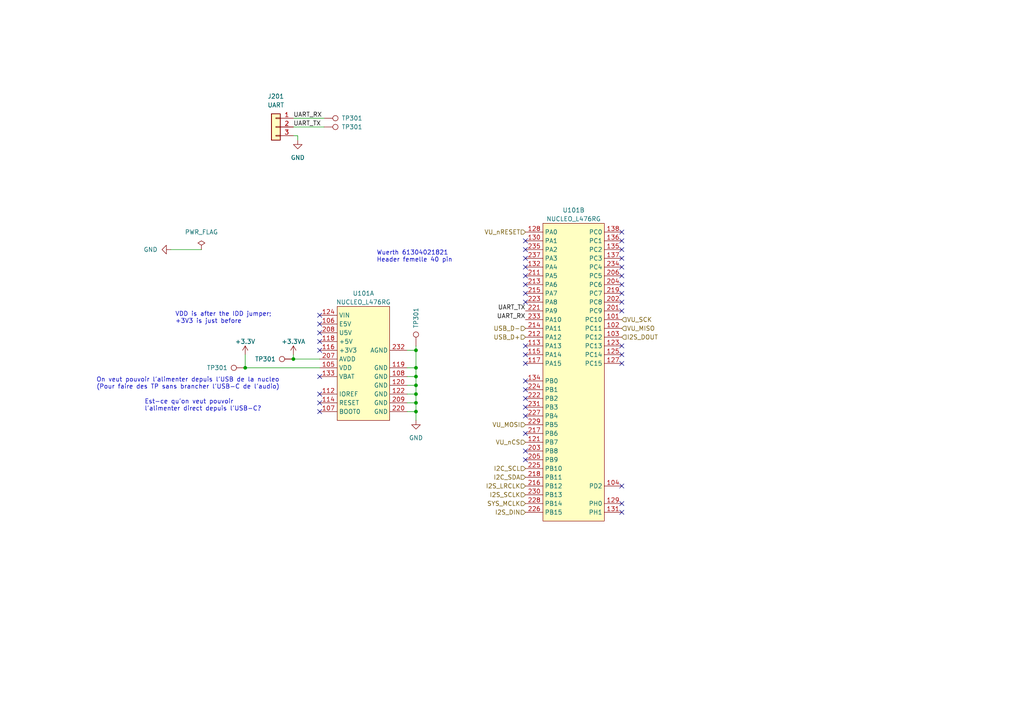
<source format=kicad_sch>
(kicad_sch (version 20230121) (generator eeschema)
  (paper "A4")
  (lib_symbols
    (symbol "Connector:TestPoint" (pin_numbers hide) (pin_names (offset 0.762) hide)
      (property "Reference" "TP" (at 0 6.858 0))
      (property "Value" "TestPoint" (at 0 5.08 0))
      (symbol "TestPoint_0_1"
        (circle (center 0 3.302) (radius 0.762))
      )
      (symbol "TestPoint_1_1"
        (pin passive line (at 0 0 90) (length 2.54) (name "1") (number "1"))
      )
    )
    (symbol "Connector_Generic:Conn_01x03" (pin_names (offset 1.016) hide)
      (property "Reference" "J" (at 0 5.08 0))
      (property "Value" "Conn_01x03" (at 0 -5.08 0))
      (symbol "Conn_01x03_1_1"
        (rectangle (start -1.27 -2.413) (end 0 -2.667) (stroke (width 0.1524)))
        (rectangle (start -1.27 0.127) (end 0 -0.127) (stroke (width 0.1524)))
        (rectangle (start -1.27 2.667) (end 0 2.413) (stroke (width 0.1524)))
        (rectangle (start -1.27 3.81) (end 1.27 -3.81) (stroke (width 0.254)) (fill (type background)))
        (pin passive line (at -5.08 2.54 0) (length 3.81) (name "Pin_1") (number "1"))
        (pin passive line (at -5.08 0 0) (length 3.81) (name "Pin_2") (number "2"))
        (pin passive line (at -5.08 -2.54 0) (length 3.81) (name "Pin_3") (number "3"))
      )
    )
    (symbol "NUCLEO_L476RG_1"
      (property "Reference" "U" (at 0 46.99 0))
      (property "Value" "NUCLEO_L476RG" (at 0 44.45 0))
      (symbol "NUCLEO_L476RG_1_1_1"
        (rectangle (start -7.62 16.51) (end 7.62 -16.51) (fill (type background)))
        (pin power_out line (at -12.7 -1.27 0) (length 5.08) (name "VDD") (number "105"))
        (pin power_out line (at -12.7 11.43 0) (length 5.08) (name "E5V") (number "106"))
        (pin bidirectional line (at -12.7 -13.97 0) (length 5.08) (name "BOOT0") (number "107"))
        (pin power_in line (at 12.7 -3.81 180) (length 5.08) (name "GND") (number "108"))
        (pin output line (at -12.7 -8.89 0) (length 5.08) (name "IOREF") (number "112"))
        (pin bidirectional line (at -12.7 -11.43 0) (length 5.08) (name "RESET") (number "114"))
        (pin power_out line (at -12.7 3.81 0) (length 5.08) (name "+3V3") (number "116"))
        (pin power_out line (at -12.7 6.35 0) (length 5.08) (name "+5V") (number "118"))
        (pin power_in line (at 12.7 -1.27 180) (length 5.08) (name "GND") (number "119"))
        (pin power_in line (at 12.7 -6.35 180) (length 5.08) (name "GND") (number "120"))
        (pin power_in line (at 12.7 -8.89 180) (length 5.08) (name "GND") (number "122"))
        (pin power_in line (at -12.7 13.97 0) (length 5.08) (name "VIN") (number "124"))
        (pin power_out line (at -12.7 -3.81 0) (length 5.08) (name "VBAT") (number "133"))
        (pin power_out line (at -12.7 1.27 0) (length 5.08) (name "AVDD") (number "207"))
        (pin power_out line (at -12.7 8.89 0) (length 5.08) (name "U5V") (number "208"))
        (pin power_in line (at 12.7 -11.43 180) (length 5.08) (name "GND") (number "209"))
        (pin power_in line (at 12.7 -13.97 180) (length 5.08) (name "GND") (number "220"))
        (pin power_in line (at 12.7 3.81 180) (length 5.08) (name "AGND") (number "232"))
      )
      (symbol "NUCLEO_L476RG_1_2_1"
        (rectangle (start -8.89 43.18) (end 8.89 -43.18) (fill (type background)))
        (pin bidirectional line (at 13.97 15.24 180) (length 5.08) (name "PC10") (number "101"))
        (pin bidirectional line (at 13.97 12.7 180) (length 5.08) (name "PC11") (number "102"))
        (pin bidirectional line (at 13.97 10.16 180) (length 5.08) (name "PC12") (number "103"))
        (pin bidirectional line (at 13.97 -33.02 180) (length 5.08) (name "PD2") (number "104"))
        (pin no_connect line (at 13.97 -2.54 180) (length 5.08) hide (name "NC") (number "109"))
        (pin no_connect line (at 13.97 -5.08 180) (length 5.08) hide (name "NC") (number "110"))
        (pin no_connect line (at 13.97 -7.62 180) (length 5.08) hide (name "NC") (number "111"))
        (pin bidirectional line (at -13.97 7.62 0) (length 5.08) (name "PA13") (number "113"))
        (pin bidirectional line (at -13.97 5.08 0) (length 5.08) (name "PA14") (number "115"))
        (pin bidirectional line (at -13.97 2.54 0) (length 5.08) (name "PA15") (number "117"))
        (pin bidirectional line (at -13.97 -20.32 0) (length 5.08) (name "PB7") (number "121"))
        (pin bidirectional line (at 13.97 7.62 180) (length 5.08) (name "PC13") (number "123"))
        (pin bidirectional line (at 13.97 5.08 180) (length 5.08) (name "PC14") (number "125"))
        (pin no_connect line (at 13.97 -10.16 180) (length 5.08) hide (name "NC") (number "126"))
        (pin bidirectional line (at 13.97 2.54 180) (length 5.08) (name "PC15") (number "127"))
        (pin bidirectional line (at -13.97 40.64 0) (length 5.08) (name "PA0") (number "128"))
        (pin bidirectional line (at 13.97 -38.1 180) (length 5.08) (name "PH0") (number "129"))
        (pin bidirectional line (at -13.97 38.1 0) (length 5.08) (name "PA1") (number "130"))
        (pin bidirectional line (at 13.97 -40.64 180) (length 5.08) (name "PH1") (number "131"))
        (pin bidirectional line (at -13.97 30.48 0) (length 5.08) (name "PA4") (number "132"))
        (pin bidirectional line (at -13.97 -2.54 0) (length 5.08) (name "PB0") (number "134"))
        (pin bidirectional line (at 13.97 35.56 180) (length 5.08) (name "PC2") (number "135"))
        (pin bidirectional line (at 13.97 38.1 180) (length 5.08) (name "PC1") (number "136"))
        (pin bidirectional line (at 13.97 33.02 180) (length 5.08) (name "PC3") (number "137"))
        (pin bidirectional line (at 13.97 40.64 180) (length 5.08) (name "PC0") (number "138"))
        (pin bidirectional line (at 13.97 17.78 180) (length 5.08) (name "PC9") (number "201"))
        (pin bidirectional line (at 13.97 20.32 180) (length 5.08) (name "PC8") (number "202"))
        (pin bidirectional line (at -13.97 -22.86 0) (length 5.08) (name "PB8") (number "203"))
        (pin bidirectional line (at 13.97 25.4 180) (length 5.08) (name "PC6") (number "204"))
        (pin bidirectional line (at -13.97 -25.4 0) (length 5.08) (name "PB9") (number "205"))
        (pin bidirectional line (at 13.97 27.94 180) (length 5.08) (name "PC5") (number "206"))
        (pin no_connect line (at 13.97 -12.7 180) (length 5.08) hide (name "NC") (number "210"))
        (pin bidirectional line (at -13.97 27.94 0) (length 5.08) (name "PA5") (number "211"))
        (pin bidirectional line (at -13.97 10.16 0) (length 5.08) (name "PA12") (number "212"))
        (pin bidirectional line (at -13.97 25.4 0) (length 5.08) (name "PA6") (number "213"))
        (pin bidirectional line (at -13.97 12.7 0) (length 5.08) (name "PA11") (number "214"))
        (pin bidirectional line (at -13.97 22.86 0) (length 5.08) (name "PA7") (number "215"))
        (pin bidirectional line (at -13.97 -33.02 0) (length 5.08) (name "PB12") (number "216"))
        (pin bidirectional line (at -13.97 -17.78 0) (length 5.08) (name "PB6") (number "217"))
        (pin bidirectional line (at -13.97 -30.48 0) (length 5.08) (name "PB11") (number "218"))
        (pin bidirectional line (at 13.97 22.86 180) (length 5.08) (name "PC7") (number "219"))
        (pin bidirectional line (at -13.97 17.78 0) (length 5.08) (name "PA9") (number "221"))
        (pin bidirectional line (at -13.97 -7.62 0) (length 5.08) (name "PB2") (number "222"))
        (pin bidirectional line (at -13.97 20.32 0) (length 5.08) (name "PA8") (number "223"))
        (pin bidirectional line (at -13.97 -5.08 0) (length 5.08) (name "PB1") (number "224"))
        (pin bidirectional line (at -13.97 -27.94 0) (length 5.08) (name "PB10") (number "225"))
        (pin bidirectional line (at -13.97 -40.64 0) (length 5.08) (name "PB15") (number "226"))
        (pin bidirectional line (at -13.97 -12.7 0) (length 5.08) (name "PB4") (number "227"))
        (pin bidirectional line (at -13.97 -38.1 0) (length 5.08) (name "PB14") (number "228"))
        (pin bidirectional line (at -13.97 -15.24 0) (length 5.08) (name "PB5") (number "229"))
        (pin bidirectional line (at -13.97 -35.56 0) (length 5.08) (name "PB13") (number "230"))
        (pin bidirectional line (at -13.97 -10.16 0) (length 5.08) (name "PB3") (number "231"))
        (pin bidirectional line (at -13.97 15.24 0) (length 5.08) (name "PA10") (number "233"))
        (pin bidirectional line (at 13.97 30.48 180) (length 5.08) (name "PC4") (number "234"))
        (pin bidirectional line (at -13.97 35.56 0) (length 5.08) (name "PA2") (number "235"))
        (pin no_connect line (at 13.97 -15.24 180) (length 5.08) hide (name "NC") (number "236"))
        (pin bidirectional line (at -13.97 33.02 0) (length 5.08) (name "PA3") (number "237"))
        (pin no_connect line (at 13.97 -17.78 180) (length 5.08) hide (name "NC") (number "238"))
      )
    )
    (symbol "WITNS_ST:NUCLEO_L476RG"
      (property "Reference" "U" (at 0 44.45 0))
      (property "Value" "NUCLEO_L476RG" (at 0 22.86 0))
      (symbol "NUCLEO_L476RG_1_1"
        (rectangle (start -7.62 16.51) (end 7.62 -16.51) (fill (type background)))
        (pin power_out line (at -12.7 -1.27 0) (length 5.08) (name "VDD") (number "105"))
        (pin power_out line (at -12.7 11.43 0) (length 5.08) (name "E5V") (number "106"))
        (pin bidirectional line (at -12.7 -13.97 0) (length 5.08) (name "BOOT0") (number "107"))
        (pin power_in line (at 12.7 -3.81 180) (length 5.08) (name "GND") (number "108"))
        (pin output line (at -12.7 -8.89 0) (length 5.08) (name "IOREF") (number "112"))
        (pin bidirectional line (at -12.7 -11.43 0) (length 5.08) (name "RESET") (number "114"))
        (pin power_out line (at -12.7 3.81 0) (length 5.08) (name "+3V3") (number "116"))
        (pin power_out line (at -12.7 6.35 0) (length 5.08) (name "+5V") (number "118"))
        (pin power_in line (at 12.7 -1.27 180) (length 5.08) (name "GND") (number "119"))
        (pin power_in line (at 12.7 -6.35 180) (length 5.08) (name "GND") (number "120"))
        (pin power_in line (at 12.7 -8.89 180) (length 5.08) (name "GND") (number "122"))
        (pin power_in line (at -12.7 13.97 0) (length 5.08) (name "VIN") (number "124"))
        (pin power_out line (at -12.7 -3.81 0) (length 5.08) (name "VBAT") (number "133"))
        (pin power_out line (at -12.7 1.27 0) (length 5.08) (name "AVDD") (number "207"))
        (pin power_out line (at -12.7 8.89 0) (length 5.08) (name "U5V") (number "208"))
        (pin power_in line (at 12.7 -11.43 180) (length 5.08) (name "GND") (number "209"))
        (pin power_in line (at 12.7 -13.97 180) (length 5.08) (name "GND") (number "220"))
        (pin power_in line (at 12.7 3.81 180) (length 5.08) (name "AGND") (number "232"))
      )
      (symbol "NUCLEO_L476RG_2_1"
        (rectangle (start -8.89 43.18) (end 8.89 -43.18) (fill (type background)))
        (pin bidirectional line (at 13.97 15.24 180) (length 5.08) (name "PC10") (number "101"))
        (pin bidirectional line (at 13.97 12.7 180) (length 5.08) (name "PC11") (number "102"))
        (pin bidirectional line (at 13.97 10.16 180) (length 5.08) (name "PC12") (number "103"))
        (pin bidirectional line (at 13.97 -33.02 180) (length 5.08) (name "PD2") (number "104"))
        (pin no_connect line (at 13.97 -2.54 180) (length 5.08) hide (name "NC") (number "109"))
        (pin no_connect line (at 13.97 -5.08 180) (length 5.08) hide (name "NC") (number "110"))
        (pin no_connect line (at 13.97 -7.62 180) (length 5.08) hide (name "NC") (number "111"))
        (pin bidirectional line (at -13.8929 7.6344 0) (length 5.08) (name "PA13") (number "113"))
        (pin bidirectional line (at -13.8929 5.0944 0) (length 5.08) (name "PA14") (number "115"))
        (pin bidirectional line (at -13.8929 2.5544 0) (length 5.08) (name "PA15") (number "117"))
        (pin bidirectional line (at -13.97 -20.32 0) (length 5.08) (name "PB7") (number "121"))
        (pin bidirectional line (at 13.97 7.62 180) (length 5.08) (name "PC13") (number "123"))
        (pin bidirectional line (at 13.97 5.08 180) (length 5.08) (name "PC14") (number "125"))
        (pin no_connect line (at 13.97 -10.16 180) (length 5.08) hide (name "NC") (number "126"))
        (pin bidirectional line (at 13.97 2.54 180) (length 5.08) (name "PC15") (number "127"))
        (pin bidirectional line (at -13.8929 40.6544 0) (length 5.08) (name "PA0") (number "128"))
        (pin bidirectional line (at 13.97 -38.1 180) (length 5.08) (name "PH0") (number "129"))
        (pin bidirectional line (at -13.8929 38.1144 0) (length 5.08) (name "PA1") (number "130"))
        (pin bidirectional line (at 13.97 -40.64 180) (length 5.08) (name "PH1") (number "131"))
        (pin bidirectional line (at -13.8929 30.4944 0) (length 5.08) (name "PA4") (number "132"))
        (pin bidirectional line (at -13.97 -2.54 0) (length 5.08) (name "PB0") (number "134"))
        (pin bidirectional line (at 13.97 35.56 180) (length 5.08) (name "PC2") (number "135"))
        (pin bidirectional line (at 13.97 38.1 180) (length 5.08) (name "PC1") (number "136"))
        (pin bidirectional line (at 13.97 33.02 180) (length 5.08) (name "PC3") (number "137"))
        (pin bidirectional line (at 13.97 40.64 180) (length 5.08) (name "PC0") (number "138"))
        (pin bidirectional line (at 13.97 17.78 180) (length 5.08) (name "PC9") (number "201"))
        (pin bidirectional line (at 13.97 20.32 180) (length 5.08) (name "PC8") (number "202"))
        (pin bidirectional line (at -13.97 -22.86 0) (length 5.08) (name "PB8") (number "203"))
        (pin bidirectional line (at 13.97 25.4 180) (length 5.08) (name "PC6") (number "204"))
        (pin bidirectional line (at -13.97 -25.4 0) (length 5.08) (name "PB9") (number "205"))
        (pin bidirectional line (at 13.97 27.94 180) (length 5.08) (name "PC5") (number "206"))
        (pin no_connect line (at 13.97 -12.7 180) (length 5.08) hide (name "NC") (number "210"))
        (pin bidirectional line (at -13.8929 27.9544 0) (length 5.08) (name "PA5") (number "211"))
        (pin bidirectional line (at -13.8929 10.1744 0) (length 5.08) (name "PA12") (number "212"))
        (pin bidirectional line (at -13.8929 25.4144 0) (length 5.08) (name "PA6") (number "213"))
        (pin bidirectional line (at -13.8929 12.7144 0) (length 5.08) (name "PA11") (number "214"))
        (pin bidirectional line (at -13.8929 22.8744 0) (length 5.08) (name "PA7") (number "215"))
        (pin bidirectional line (at -13.97 -33.02 0) (length 5.08) (name "PB12") (number "216"))
        (pin bidirectional line (at -13.97 -17.78 0) (length 5.08) (name "PB6") (number "217"))
        (pin bidirectional line (at -13.97 -30.48 0) (length 5.08) (name "PB11") (number "218"))
        (pin bidirectional line (at 13.97 22.86 180) (length 5.08) (name "PC7") (number "219"))
        (pin bidirectional line (at -13.8929 17.7944 0) (length 5.08) (name "PA9") (number "221"))
        (pin bidirectional line (at -13.97 -7.62 0) (length 5.08) (name "PB2") (number "222"))
        (pin bidirectional line (at -13.8929 20.3344 0) (length 5.08) (name "PA8") (number "223"))
        (pin bidirectional line (at -13.97 -5.08 0) (length 5.08) (name "PB1") (number "224"))
        (pin bidirectional line (at -13.97 -27.94 0) (length 5.08) (name "PB10") (number "225"))
        (pin bidirectional line (at -13.97 -40.64 0) (length 5.08) (name "PB15") (number "226"))
        (pin bidirectional line (at -13.97 -12.7 0) (length 5.08) (name "PB4") (number "227"))
        (pin bidirectional line (at -13.97 -38.1 0) (length 5.08) (name "PB14") (number "228"))
        (pin bidirectional line (at -13.97 -15.24 0) (length 5.08) (name "PB5") (number "229"))
        (pin bidirectional line (at -13.97 -35.56 0) (length 5.08) (name "PB13") (number "230"))
        (pin bidirectional line (at -13.97 -10.16 0) (length 5.08) (name "PB3") (number "231"))
        (pin bidirectional line (at -13.8929 15.2544 0) (length 5.08) (name "PA10") (number "233"))
        (pin bidirectional line (at 13.97 30.48 180) (length 5.08) (name "PC4") (number "234"))
        (pin bidirectional line (at -13.97 35.56 0) (length 5.08) (name "PA2") (number "235"))
        (pin no_connect line (at 13.97 -15.24 180) (length 5.08) hide (name "NC") (number "236"))
        (pin bidirectional line (at -13.8929 33.0344 0) (length 5.08) (name "PA3") (number "237"))
        (pin no_connect line (at 13.97 -17.78 180) (length 5.08) hide (name "NC") (number "238"))
      )
    )
    (symbol "power:+3.3V" (power) (pin_names (offset 0))
      (property "Value" "+3.3V" (at 0 3.556 0))
      (symbol "+3.3V_0_1"
        (polyline (pts (xy -0.762 1.27) (xy 0 2.54)))
        (polyline (pts (xy 0 0) (xy 0 2.54)))
        (polyline (pts (xy 0 2.54) (xy 0.762 1.27)))
      )
      (symbol "+3.3V_1_1"
        (pin power_in line (at 0 0 90) (length 0) hide (name "+3.3V") (number "1"))
      )
    )
    (symbol "power:+3.3VA" (power) (pin_names (offset 0))
      (property "Value" "+3.3VA" (at 0 3.556 0))
      (symbol "+3.3VA_0_1"
        (polyline (pts (xy -0.762 1.27) (xy 0 2.54)))
        (polyline (pts (xy 0 0) (xy 0 2.54)))
        (polyline (pts (xy 0 2.54) (xy 0.762 1.27)))
      )
      (symbol "+3.3VA_1_1"
        (pin power_in line (at 0 0 90) (length 0) hide (name "+3.3VA") (number "1"))
      )
    )
    (symbol "power:GND" (power) (pin_names (offset 0))
      (property "Value" "GND" (at 0 -3.81 0))
      (symbol "GND_0_1"
        (polyline (pts (xy 0 0) (xy 0 -1.27) (xy 1.27 -1.27) (xy 0 -2.54) (xy -1.27 -1.27) (xy 0 -1.27)))
      )
      (symbol "GND_1_1"
        (pin power_in line (at 0 0 270) (length 0) hide (name "GND") (number "1"))
      )
    )
    (symbol "power:PWR_FLAG" (power) (pin_numbers hide) (pin_names (offset 0) hide)
      (property "Value" "PWR_FLAG" (at 0 3.81 0))
      (symbol "PWR_FLAG_0_0"
        (pin power_out line (at 0 0 90) (length 0) (name "pwr") (number "1"))
      )
      (symbol "PWR_FLAG_0_1"
        (polyline (pts (xy 0 0) (xy 0 1.27) (xy -1.016 1.905) (xy 0 2.54) (xy 1.016 1.905) (xy 0 1.27)))
      )
    )
  )
  (junction (at 120.65 111.76))
  (junction (at 85.09 104.14))
  (junction (at 120.65 106.68))
  (junction (at 120.65 116.84))
  (junction (at 120.65 119.38))
  (junction (at 71.12 106.68))
  (junction (at 120.65 109.22))
  (junction (at 120.65 101.6))
  (junction (at 120.65 114.3))
  (no_connect (at 152.4 115.57))
  (no_connect (at 152.4 87.63))
  (no_connect (at 180.34 69.85))
  (no_connect (at 180.34 146.05))
  (no_connect (at 152.4 72.39))
  (no_connect (at 180.34 102.87))
  (no_connect (at 152.4 82.55))
  (no_connect (at 180.34 105.41))
  (no_connect (at 180.34 74.93))
  (no_connect (at 92.71 93.98))
  (no_connect (at 152.4 102.87))
  (no_connect (at 180.34 80.01))
  (no_connect (at 92.71 101.6))
  (no_connect (at 92.71 114.3))
  (no_connect (at 92.71 119.38))
  (no_connect (at 152.4 105.41))
  (no_connect (at 180.34 148.59))
  (no_connect (at 152.4 100.33))
  (no_connect (at 152.4 77.47))
  (no_connect (at 180.34 77.47))
  (no_connect (at 152.4 74.93))
  (no_connect (at 92.71 99.06))
  (no_connect (at 180.34 85.09))
  (no_connect (at 152.4 120.65))
  (no_connect (at 92.71 91.44))
  (no_connect (at 92.71 109.22))
  (no_connect (at 180.34 87.63))
  (no_connect (at 180.34 82.55))
  (no_connect (at 152.4 118.11))
  (no_connect (at 152.4 110.49))
  (no_connect (at 180.34 100.33))
  (no_connect (at 180.34 90.17))
  (no_connect (at 152.4 69.85))
  (no_connect (at 152.4 113.03))
  (no_connect (at 180.34 72.39))
  (no_connect (at 152.4 133.35))
  (no_connect (at 180.34 67.31))
  (no_connect (at 152.4 85.09))
  (no_connect (at 152.4 80.01))
  (no_connect (at 152.4 125.73))
  (no_connect (at 152.4 130.81))
  (no_connect (at 180.34 140.97))
  (no_connect (at 92.71 96.52))
  (no_connect (at 92.71 116.84))
  (wire (pts (xy 92.71 106.68) (xy 71.12 106.68)))
  (wire (pts (xy 85.09 34.29) (xy 93.98 34.29)))
  (wire (pts (xy 118.11 106.68) (xy 120.65 106.68)))
  (wire (pts (xy 120.65 100.33) (xy 120.65 101.6)))
  (wire (pts (xy 120.65 111.76) (xy 120.65 109.22)))
  (wire (pts (xy 118.11 109.22) (xy 120.65 109.22)))
  (wire (pts (xy 85.09 104.14) (xy 85.09 102.87)))
  (wire (pts (xy 49.53 72.39) (xy 58.42 72.39)))
  (wire (pts (xy 118.11 114.3) (xy 120.65 114.3)))
  (wire (pts (xy 118.11 111.76) (xy 120.65 111.76)))
  (wire (pts (xy 120.65 114.3) (xy 120.65 111.76)))
  (wire (pts (xy 120.65 116.84) (xy 120.65 114.3)))
  (wire (pts (xy 120.65 101.6) (xy 118.11 101.6)))
  (wire (pts (xy 86.36 40.64) (xy 86.36 39.37)))
  (wire (pts (xy 85.09 104.14) (xy 92.71 104.14)))
  (wire (pts (xy 85.09 36.83) (xy 93.98 36.83)))
  (wire (pts (xy 120.65 109.22) (xy 120.65 106.68)))
  (wire (pts (xy 86.36 39.37) (xy 85.09 39.37)))
  (wire (pts (xy 118.11 119.38) (xy 120.65 119.38)))
  (wire (pts (xy 71.12 106.68) (xy 71.12 102.87)))
  (wire (pts (xy 120.65 119.38) (xy 120.65 116.84)))
  (wire (pts (xy 120.65 121.92) (xy 120.65 119.38)))
  (wire (pts (xy 120.65 106.68) (xy 120.65 101.6)))
  (wire (pts (xy 118.11 116.84) (xy 120.65 116.84)))
  (text "Wuerth 61304021821\nHeader femelle 40 pin" (at 109.22 76.2 0) (effects (font (size 1.27 1.27)) (justify left bottom)))
  (text "On veut pouvoir l'alimenter depuis l'USB de la nucleo\n(Pour faire des TP sans brancher l'USB-C de l'audio)" (at 27.94 113.03 0) (effects (font (size 1.27 1.27)) (justify left bottom)))
  (text "VDD is after the IDD jumper;\n+3V3 is just before" (at 50.8 93.98 0) (effects (font (size 1.27 1.27)) (justify left bottom)))
  (text "Est-ce qu'on veut pouvoir \nl'alimenter direct depuis l'USB-C?" (at 41.91 119.38 0) (effects (font (size 1.27 1.27)) (justify left bottom)))
  (label "UART_TX" (at 152.4 90.17 180))
  (label "UART_RX" (at 85.09 34.29 0))
  (label "UART_RX" (at 152.4 92.71 180))
  (label "UART_TX" (at 85.09 36.83 0))
  (hierarchical_label "I2S_SCLK" (shape input) (at 152.4 143.51 180))
  (hierarchical_label "VU_MOSI" (shape input) (at 152.4 123.19 180))
  (hierarchical_label "I2S_DIN" (shape input) (at 152.4 148.59 180))
  (hierarchical_label "I2S_DOUT" (shape input) (at 180.34 97.79 0))
  (hierarchical_label "VU_nCS" (shape input) (at 152.4 128.27 180))
  (hierarchical_label "I2C_SCL" (shape input) (at 152.4 135.89 180))
  (hierarchical_label "I2C_SDA" (shape input) (at 152.4 138.43 180))
  (hierarchical_label "VU_MISO" (shape input) (at 180.34 95.25 0))
  (hierarchical_label "VU_nRESET" (shape input) (at 152.4 67.31 180))
  (hierarchical_label "USB_D-" (shape input) (at 152.4 95.25 180))
  (hierarchical_label "SYS_MCLK" (shape input) (at 152.4 146.05 180))
  (hierarchical_label "USB_D+" (shape input) (at 152.4 97.79 180))
  (hierarchical_label "VU_SCK" (shape input) (at 180.34 92.71 0))
  (hierarchical_label "I2S_LRCLK" (shape input) (at 152.4 140.97 180))
  (symbol (lib_id "power:GND") (at 86.36 40.64 0) (unit 1)
    (property "Reference" "#PWR0204" (effects hide))
    (property "Value" "GND" (at 86.36 45.72 0))
  )
  (symbol (lib_id "power:+3.3VA") (at 85.09 102.87 0) (unit 1)
    (property "Reference" "#PWR0203" (effects hide))
    (property "Value" "+3.3VA" (at 85.09 99.06 0))
  )
  (symbol (lib_id "Connector:TestPoint") (at 85.09 104.14 90) (unit 1)
    (property "Reference" "TP301" (at 80.01 104.14 90) (effects (justify left)))
    (property "Value" "+3.3VA" (effects hide))
    (property "Footprint" "Connector_Pin:Pin_D1.1mm_L8.5mm_W2.5mm_FlatFork" (effects hide))
    (instances (project "audio_iface" (path "" (reference "TP301") (unit 1)) (path "" (reference "TP108") (unit 1)) (path "" (reference "TP202") (unit 1))))
  )
  (symbol (lib_id "Connector:TestPoint") (at 93.98 34.29 270) (unit 1)
    (property "Reference" "TP301" (at 99.06 34.29 90) (effects (justify left)))
    (property "Value" "RX" (effects hide))
    (property "Footprint" "Connector_Pin:Pin_D1.1mm_L8.5mm_W2.5mm_FlatFork" (effects hide))
    (instances (project "audio_iface" (path "" (reference "TP301") (unit 1)) (path "" (reference "TP108") (unit 1)) (path "" (reference "TP203") (unit 1))))
  )
  (symbol (lib_id "Connector:TestPoint") (at 71.12 106.68 90) (unit 1)
    (property "Reference" "TP301" (at 66.04 106.68 90) (effects (justify left)))
    (property "Value" "+3.3V" (effects hide))
    (property "Footprint" "Connector_Pin:Pin_D1.1mm_L8.5mm_W2.5mm_FlatFork" (effects hide))
    (instances (project "audio_iface" (path "" (reference "TP301") (unit 1)) (path "" (reference "TP108") (unit 1)) (path "" (reference "TP201") (unit 1))))
  )
  (symbol (lib_id "Connector:TestPoint") (at 120.65 100.33 0) (unit 1)
    (property "Reference" "TP301" (at 120.65 95.25 90) (effects (justify left)))
    (property "Value" "GND" (effects hide))
    (property "Footprint" "Connector_Pin:Pin_D1.1mm_L8.5mm_W2.5mm_FlatFork" (effects hide))
    (instances (project "audio_iface" (path "" (reference "TP301") (unit 1)) (path "" (reference "TP108") (unit 1)) (path "" (reference "TP205") (unit 1))))
  )
  (symbol (lib_id "Connector_Generic:Conn_01x03") (at 80.01 36.83 0) (mirror y) (unit 1)
    (property "Reference" "J201" (at 80.01 27.94 0))
    (property "Value" "UART" (at 80.01 30.48 0))
    (property "Footprint" "Connector_JST:JST_XH_S3B-XH-A_1x03_P2.50mm_Horizontal" (effects hide))
  )
  (symbol (lib_name "NUCLEO_L476RG_1") (lib_id "WITNS_ST:NUCLEO_L476RG") (at 166.37 107.95 0) (unit 2)
    (property "Reference" "U101" (at 166.37 60.96 0))
    (property "Value" "NUCLEO_L476RG" (at 166.37 63.5 0))
    (property "Footprint" "WITNS:ST_NUCLEO_64" (effects hide))
    (instances (project "audio_iface" (path "" (reference "U101") (unit 2)) (path "" (reference "U201") (unit 2))))
  )
  (symbol (lib_id "power:GND") (at 120.65 121.92 0) (unit 1)
    (property "Reference" "#PWR0205" (effects hide))
    (property "Value" "GND" (at 120.65 127 0))
  )
  (symbol (lib_id "WITNS_ST:NUCLEO_L476RG") (at 105.41 105.41 0) (unit 1)
    (property "Reference" "U101" (at 105.41 85.09 0))
    (property "Value" "NUCLEO_L476RG" (at 105.41 87.63 0))
    (property "Footprint" "WITNS:ST_NUCLEO_64" (effects hide))
    (instances (project "audio_iface" (path "" (reference "U101") (unit 1)) (path "" (reference "U201") (unit 1))))
  )
  (symbol (lib_id "power:PWR_FLAG") (at 58.42 72.39 0) (unit 1)
    (property "Reference" "#FLG0201" (effects hide))
    (property "Value" "PWR_FLAG" (at 58.42 67.31 0))
  )
  (symbol (lib_id "Connector:TestPoint") (at 93.98 36.83 270) (unit 1)
    (property "Reference" "TP301" (at 99.06 36.83 90) (effects (justify left)))
    (property "Value" "TX" (effects hide))
    (property "Footprint" "Connector_Pin:Pin_D1.1mm_L8.5mm_W2.5mm_FlatFork" (effects hide))
    (instances (project "audio_iface" (path "" (reference "TP301") (unit 1)) (path "" (reference "TP108") (unit 1)) (path "" (reference "TP204") (unit 1))))
  )
  (symbol (lib_id "power:GND") (at 49.53 72.39 270) (unit 1)
    (property "Reference" "#PWR0201" (effects hide))
    (property "Value" "GND" (at 45.72 72.39 90) (effects (justify right)))
  )
  (symbol (lib_id "power:+3.3V") (at 71.12 102.87 0) (unit 1)
    (property "Reference" "#PWR0202" (effects hide))
    (property "Value" "+3.3V" (at 71.12 99.06 0))
  )
)
</source>
